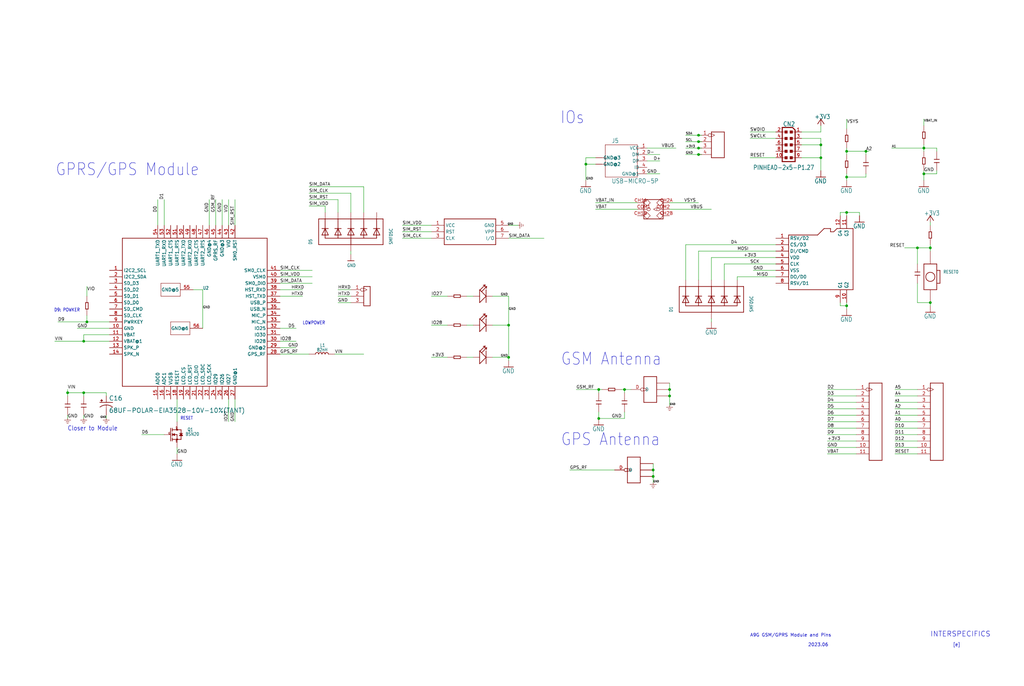
<source format=kicad_sch>
(kicad_sch (version 20230121) (generator eeschema)
  (paper "User" 404.012 270.662)
  (junction (at 275.59 60.96))
  (junction (at 236.22 165.1))
  (junction (at 246.38 153.67))
  (junction (at 341.63 59.69))
  (junction (at 334.01 59.69))
  (junction (at 334.01 83.82))
  (junction (at 200.66 140.97))
  (junction (at 323.85 57.15))
  (junction (at 257.683 185.42))
  (junction (at 275.59 58.42))
  (junction (at 367.03 97.79))
  (junction (at 257.683 187.96))
  (junction (at 364.49 68.58))
  (junction (at 364.49 58.42))
  (junction (at 231.14 64.77))
  (junction (at 236.22 153.67))
  (junction (at 334.01 69.85))
  (junction (at 200.66 128.27))
  (junction (at 264.16 153.67))
  (junction (at 275.59 53.34))
  (junction (at 367.03 119.38))
  (junction (at 275.59 55.88))
  (junction (at 264.16 156.21))
  (junction (at 34.29 127))
  (junction (at 26.67 154.94))
  (junction (at 323.85 62.23))
  (junction (at 361.95 97.79))
  (junction (at 33.02 154.94))
  (junction (at 334.01 120.65))
  (junction (at 33.02 134.62))
  (wire (pts (xy 275.59 55.88) (xy 270.51 55.88)) (stroke (width 0.1524)))
  (wire (pts (xy 316.23 62.23) (xy 323.85 62.23)) (stroke (width 0.1524)))
  (wire (pts (xy 138.43 116.84) (xy 133.35 116.84)) (stroke (width 0.1524)))
  (wire (pts (xy 200.66 128.27) (xy 200.66 140.97)) (stroke (width 0.1524)))
  (wire (pts (xy 367.03 88.9) (xy 367.03 87.63)) (stroke (width 0.1524)))
  (wire (pts (xy 361.95 176.53) (xy 353.06 176.53)) (stroke (width 0.1524)))
  (wire (pts (xy 306.07 52.07) (xy 295.91 52.07)) (stroke (width 0.1524)))
  (wire (pts (xy 184.15 128.27) (xy 186.69 128.27)) (stroke (width 0.1524)))
  (wire (pts (xy 138.43 99.06) (xy 138.43 100.33)) (stroke (width 0.1524)))
  (wire (pts (xy 341.63 69.85) (xy 334.01 69.85)) (stroke (width 0.1524)))
  (wire (pts (xy 275.59 99.06) (xy 275.59 110.49)) (stroke (width 0.1524)))
  (wire (pts (xy 364.49 58.42) (xy 369.57 58.42)) (stroke (width 0.1524)))
  (wire (pts (xy 236.22 165.1) (xy 246.38 165.1)) (stroke (width 0.1524)))
  (wire (pts (xy 133.35 83.82) (xy 133.35 78.74)) (stroke (width 0.1524)))
  (wire (pts (xy 110.49 137.16) (xy 116.84 137.16)) (stroke (width 0.1524)))
  (wire (pts (xy 264.16 160.02) (xy 264.16 156.21)) (stroke (width 0.1524)))
  (wire (pts (xy 255.27 63.5) (xy 260.35 63.5)) (stroke (width 0.1524)))
  (wire (pts (xy 337.82 166.37) (xy 326.39 166.37)) (stroke (width 0.1524)))
  (wire (pts (xy 361.95 171.45) (xy 353.06 171.45)) (stroke (width 0.1524)))
  (wire (pts (xy 337.82 173.99) (xy 326.39 173.99)) (stroke (width 0.1524)))
  (wire (pts (xy 276.86 60.96) (xy 275.59 60.96)) (stroke (width 0.1524)))
  (wire (pts (xy 110.49 114.3) (xy 119.38 114.3)) (stroke (width 0.1524)))
  (wire (pts (xy 255.27 58.42) (xy 266.7 58.42)) (stroke (width 0.1524)))
  (wire (pts (xy 367.03 119.38) (xy 367.03 120.65)) (stroke (width 0.1524)))
  (wire (pts (xy 361.95 179.07) (xy 353.06 179.07)) (stroke (width 0.1524)))
  (wire (pts (xy 364.49 58.42) (xy 351.79 58.42)) (stroke (width 0.1524)))
  (wire (pts (xy 361.95 173.99) (xy 353.06 173.99)) (stroke (width 0.1524)))
  (wire (pts (xy 236.22 162.56) (xy 236.22 165.1)) (stroke (width 0.1524)))
  (wire (pts (xy 295.91 54.61) (xy 306.07 54.61)) (stroke (width 0.1524)))
  (wire (pts (xy 143.51 73.66) (xy 121.92 73.66)) (stroke (width 0.1524)))
  (wire (pts (xy 26.67 163.83) (xy 26.67 165.1)) (stroke (width 0.1524)))
  (wire (pts (xy 280.67 125.73) (xy 280.67 127)) (stroke (width 0.1524)))
  (wire (pts (xy 361.95 111.76) (xy 361.95 119.38)) (stroke (width 0.1524)))
  (wire (pts (xy 331.47 85.09) (xy 331.47 83.82)) (stroke (width 0.1524)))
  (wire (pts (xy 64.77 88.9) (xy 64.77 78.74)) (stroke (width 0.1524)))
  (wire (pts (xy 170.18 91.44) (xy 158.75 91.44)) (stroke (width 0.1524)))
  (wire (pts (xy 337.82 179.07) (xy 326.39 179.07)) (stroke (width 0.1524)))
  (wire (pts (xy 264.16 156.21) (xy 264.16 153.67)) (stroke (width 0.1524)))
  (wire (pts (xy 323.85 52.07) (xy 323.85 49.53)) (stroke (width 0.1524)))
  (wire (pts (xy 170.18 88.9) (xy 158.75 88.9)) (stroke (width 0.1524)))
  (wire (pts (xy 331.47 119.38) (xy 331.47 120.65)) (stroke (width 0.1524)))
  (wire (pts (xy 92.71 157.48) (xy 92.71 166.37)) (stroke (width 0.1524)))
  (wire (pts (xy 43.18 132.08) (xy 33.02 132.08)) (stroke (width 0.1524)))
  (wire (pts (xy 334.01 69.85) (xy 334.01 68.58)) (stroke (width 0.1524)))
  (wire (pts (xy 276.86 53.34) (xy 275.59 53.34)) (stroke (width 0.1524)))
  (wire (pts (xy 200.66 116.84) (xy 200.66 128.27)) (stroke (width 0.1524)))
  (wire (pts (xy 337.82 163.83) (xy 326.39 163.83)) (stroke (width 0.1524)))
  (wire (pts (xy 200.66 140.97) (xy 200.66 142.24)) (stroke (width 0.1524)))
  (wire (pts (xy 246.38 165.1) (xy 246.38 162.56)) (stroke (width 0.1524)))
  (wire (pts (xy 264.16 80.01) (xy 275.59 80.01)) (stroke (width 0.1524)))
  (wire (pts (xy 280.67 110.49) (xy 280.67 101.6)) (stroke (width 0.1524)))
  (wire (pts (xy 323.85 57.15) (xy 316.23 57.15)) (stroke (width 0.1524)))
  (wire (pts (xy 194.31 116.84) (xy 200.66 116.84)) (stroke (width 0.1524)))
  (wire (pts (xy 361.95 97.79) (xy 356.87 97.79)) (stroke (width 0.1524)))
  (wire (pts (xy 306.07 99.06) (xy 275.59 99.06)) (stroke (width 0.1524)))
  (wire (pts (xy 138.43 83.82) (xy 138.43 76.2)) (stroke (width 0.1524)))
  (wire (pts (xy 369.57 68.58) (xy 364.49 68.58)) (stroke (width 0.1524)))
  (wire (pts (xy 234.95 64.77) (xy 231.14 64.77)) (stroke (width 0.1524)))
  (wire (pts (xy 264.16 82.55) (xy 280.67 82.55)) (stroke (width 0.1524)))
  (wire (pts (xy 334.01 59.69) (xy 341.63 59.69)) (stroke (width 0.1524)))
  (wire (pts (xy 260.35 68.58) (xy 255.27 68.58)) (stroke (width 0.1524)))
  (wire (pts (xy 275.59 53.34) (xy 270.51 53.34)) (stroke (width 0.1524)))
  (wire (pts (xy 110.49 134.62) (xy 116.84 134.62)) (stroke (width 0.1524)))
  (wire (pts (xy 26.67 154.94) (xy 26.67 153.67)) (stroke (width 0.1524)))
  (wire (pts (xy 331.47 83.82) (xy 334.01 83.82)) (stroke (width 0.1524)))
  (wire (pts (xy 341.63 59.69) (xy 342.9 59.69)) (stroke (width 0.1524)))
  (wire (pts (xy 62.23 88.9) (xy 62.23 78.74)) (stroke (width 0.1524)))
  (wire (pts (xy 26.67 156.21) (xy 26.67 154.94)) (stroke (width 0.1524)))
  (wire (pts (xy 43.18 129.54) (xy 30.48 129.54)) (stroke (width 0.1524)))
  (wire (pts (xy 116.84 129.54) (xy 110.49 129.54)) (stroke (width 0.1524)))
  (wire (pts (xy 43.18 127) (xy 34.29 127)) (stroke (width 0.1524)))
  (wire (pts (xy 341.63 60.96) (xy 341.63 59.69)) (stroke (width 0.1524)))
  (wire (pts (xy 242.443 185.42) (xy 224.79 185.42)) (stroke (width 0.1524)))
  (wire (pts (xy 237.49 153.67) (xy 236.22 153.67)) (stroke (width 0.1524)))
  (wire (pts (xy 367.03 99.06) (xy 367.03 97.79)) (stroke (width 0.1524)))
  (wire (pts (xy 90.17 88.9) (xy 90.17 78.74)) (stroke (width 0.1524)))
  (wire (pts (xy 246.38 154.94) (xy 246.38 153.67)) (stroke (width 0.1524)))
  (wire (pts (xy 69.85 157.48) (xy 69.85 166.37)) (stroke (width 0.1524)))
  (wire (pts (xy 361.95 104.14) (xy 361.95 97.79)) (stroke (width 0.1524)))
  (wire (pts (xy 337.82 158.75) (xy 326.39 158.75)) (stroke (width 0.1524)))
  (wire (pts (xy 92.71 88.9) (xy 92.71 78.74)) (stroke (width 0.1524)))
  (wire (pts (xy 133.35 78.74) (xy 121.92 78.74)) (stroke (width 0.1524)))
  (wire (pts (xy 306.07 109.22) (xy 290.83 109.22)) (stroke (width 0.1524)))
  (wire (pts (xy 369.57 58.42) (xy 369.57 59.69)) (stroke (width 0.1524)))
  (wire (pts (xy 251.46 80.01) (xy 234.95 80.01)) (stroke (width 0.1524)))
  (wire (pts (xy 337.82 156.21) (xy 326.39 156.21)) (stroke (width 0.1524)))
  (wire (pts (xy 184.15 116.84) (xy 186.69 116.84)) (stroke (width 0.1524)))
  (wire (pts (xy 364.49 46.99) (xy 364.49 49.53)) (stroke (width 0.1524)))
  (wire (pts (xy 334.01 83.82) (xy 339.09 83.82)) (stroke (width 0.1524)))
  (wire (pts (xy 280.67 101.6) (xy 306.07 101.6)) (stroke (width 0.1524)))
  (wire (pts (xy 323.85 54.61) (xy 323.85 57.15)) (stroke (width 0.1524)))
  (wire (pts (xy 41.91 156.21) (xy 41.91 154.94)) (stroke (width 0.1524)))
  (wire (pts (xy 295.91 62.23) (xy 306.07 62.23)) (stroke (width 0.1524)))
  (wire (pts (xy 334.01 120.65) (xy 334.01 121.92)) (stroke (width 0.1524)))
  (wire (pts (xy 341.63 68.58) (xy 341.63 69.85)) (stroke (width 0.1524)))
  (wire (pts (xy 367.03 97.79) (xy 361.95 97.79)) (stroke (width 0.1524)))
  (wire (pts (xy 236.22 153.67) (xy 227.33 153.67)) (stroke (width 0.1524)))
  (wire (pts (xy 285.75 104.14) (xy 306.07 104.14)) (stroke (width 0.1524)))
  (wire (pts (xy 275.59 60.96) (xy 270.51 60.96)) (stroke (width 0.1524)))
  (wire (pts (xy 361.95 156.21) (xy 353.06 156.21)) (stroke (width 0.1524)))
  (wire (pts (xy 110.49 111.76) (xy 123.19 111.76)) (stroke (width 0.1524)))
  (wire (pts (xy 334.01 119.38) (xy 334.01 120.65)) (stroke (width 0.1524)))
  (wire (pts (xy 361.95 166.37) (xy 353.06 166.37)) (stroke (width 0.1524)))
  (wire (pts (xy 87.63 88.9) (xy 87.63 78.74)) (stroke (width 0.1524)))
  (wire (pts (xy 110.49 116.84) (xy 119.38 116.84)) (stroke (width 0.1524)))
  (wire (pts (xy 43.18 134.62) (xy 33.02 134.62)) (stroke (width 0.1524)))
  (wire (pts (xy 34.29 116.84) (xy 34.29 113.03)) (stroke (width 0.1524)))
  (wire (pts (xy 316.23 54.61) (xy 323.85 54.61)) (stroke (width 0.1524)))
  (wire (pts (xy 334.01 71.12) (xy 334.01 69.85)) (stroke (width 0.1524)))
  (wire (pts (xy 367.03 97.79) (xy 367.03 96.52)) (stroke (width 0.1524)))
  (wire (pts (xy 361.95 161.29) (xy 353.06 161.29)) (stroke (width 0.1524)))
  (wire (pts (xy 337.82 176.53) (xy 326.39 176.53)) (stroke (width 0.1524)))
  (wire (pts (xy 132.08 139.7) (xy 143.51 139.7)) (stroke (width 0.1524)))
  (wire (pts (xy 364.49 67.31) (xy 364.49 68.58)) (stroke (width 0.1524)))
  (wire (pts (xy 170.18 93.98) (xy 158.75 93.98)) (stroke (width 0.1524)))
  (wire (pts (xy 337.82 171.45) (xy 326.39 171.45)) (stroke (width 0.1524)))
  (wire (pts (xy 316.23 52.07) (xy 323.85 52.07)) (stroke (width 0.1524)))
  (wire (pts (xy 251.46 82.55) (xy 234.95 82.55)) (stroke (width 0.1524)))
  (wire (pts (xy 64.77 171.45) (xy 55.88 171.45)) (stroke (width 0.1524)))
  (wire (pts (xy 364.49 57.15) (xy 364.49 58.42)) (stroke (width 0.1524)))
  (wire (pts (xy 41.91 154.94) (xy 33.02 154.94)) (stroke (width 0.1524)))
  (wire (pts (xy 231.14 64.77) (xy 231.14 71.12)) (stroke (width 0.1524)))
  (wire (pts (xy 334.01 50.8) (xy 334.01 46.99)) (stroke (width 0.1524)))
  (wire (pts (xy 176.53 116.84) (xy 170.18 116.84)) (stroke (width 0.1524)))
  (wire (pts (xy 364.49 68.58) (xy 364.49 71.12)) (stroke (width 0.1524)))
  (wire (pts (xy 34.29 127) (xy 34.29 124.46)) (stroke (width 0.1524)))
  (wire (pts (xy 34.29 127) (xy 22.86 127)) (stroke (width 0.1524)))
  (wire (pts (xy 361.95 168.91) (xy 353.06 168.91)) (stroke (width 0.1524)))
  (wire (pts (xy 33.02 132.08) (xy 33.02 134.62)) (stroke (width 0.1524)))
  (wire (pts (xy 290.83 110.49) (xy 290.83 109.22)) (stroke (width 0.1524)))
  (wire (pts (xy 128.27 83.82) (xy 128.27 81.28)) (stroke (width 0.1524)))
  (wire (pts (xy 361.95 163.83) (xy 353.06 163.83)) (stroke (width 0.1524)))
  (wire (pts (xy 41.91 165.1) (xy 41.91 163.83)) (stroke (width 0.1524)))
  (wire (pts (xy 331.47 120.65) (xy 334.01 120.65)) (stroke (width 0.1524)))
  (wire (pts (xy 361.95 153.67) (xy 353.06 153.67)) (stroke (width 0.1524)))
  (wire (pts (xy 236.22 154.94) (xy 236.22 153.67)) (stroke (width 0.1524)))
  (wire (pts (xy 337.82 168.91) (xy 326.39 168.91)) (stroke (width 0.1524)))
  (wire (pts (xy 33.02 156.21) (xy 33.02 154.94)) (stroke (width 0.1524)))
  (wire (pts (xy 110.49 109.22) (xy 123.19 109.22)) (stroke (width 0.1524)))
  (wire (pts (xy 255.27 60.96) (xy 260.35 60.96)) (stroke (width 0.1524)))
  (wire (pts (xy 234.95 62.23) (xy 231.14 62.23)) (stroke (width 0.1524)))
  (wire (pts (xy 270.51 96.52) (xy 306.07 96.52)) (stroke (width 0.1524)))
  (wire (pts (xy 76.2 114.3) (xy 80.01 114.3)) (stroke (width 0.1524)))
  (wire (pts (xy 323.85 62.23) (xy 323.85 67.31)) (stroke (width 0.1524)))
  (wire (pts (xy 257.683 190.5) (xy 257.683 187.96)) (stroke (width 0.1524)))
  (wire (pts (xy 90.17 157.48) (xy 90.17 166.37)) (stroke (width 0.1524)))
  (wire (pts (xy 176.53 128.27) (xy 170.18 128.27)) (stroke (width 0.1524)))
  (wire (pts (xy 33.02 163.83) (xy 33.02 165.1)) (stroke (width 0.1524)))
  (wire (pts (xy 33.02 154.94) (xy 26.67 154.94)) (stroke (width 0.1524)))
  (wire (pts (xy 285.75 110.49) (xy 285.75 104.14)) (stroke (width 0.1524)))
  (wire (pts (xy 337.82 161.29) (xy 326.39 161.29)) (stroke (width 0.1524)))
  (wire (pts (xy 138.43 119.38) (xy 133.35 119.38)) (stroke (width 0.1524)))
  (wire (pts (xy 204.47 88.9) (xy 200.66 88.9)) (stroke (width 0.1524)))
  (wire (pts (xy 110.49 106.68) (xy 123.19 106.68)) (stroke (width 0.1524)))
  (wire (pts (xy 364.49 58.42) (xy 364.49 59.69)) (stroke (width 0.1524)))
  (wire (pts (xy 306.07 106.68) (xy 297.18 106.68)) (stroke (width 0.1524)))
  (wire (pts (xy 276.86 55.88) (xy 275.59 55.88)) (stroke (width 0.1524)))
  (wire (pts (xy 138.43 76.2) (xy 121.92 76.2)) (stroke (width 0.1524)))
  (wire (pts (xy 334.01 58.42) (xy 334.01 59.69)) (stroke (width 0.1524)))
  (wire (pts (xy 231.14 62.23) (xy 231.14 64.77)) (stroke (width 0.1524)))
  (wire (pts (xy 339.09 83.82) (xy 339.09 85.09)) (stroke (width 0.1524)))
  (wire (pts (xy 138.43 114.3) (xy 133.35 114.3)) (stroke (width 0.1524)))
  (wire (pts (xy 176.53 140.97) (xy 170.18 140.97)) (stroke (width 0.1524)))
  (wire (pts (xy 334.01 60.96) (xy 334.01 59.69)) (stroke (width 0.1524)))
  (wire (pts (xy 110.49 139.7) (xy 121.92 139.7)) (stroke (width 0.1524)))
  (wire (pts (xy 257.683 185.42) (xy 257.683 182.88)) (stroke (width 0.1524)))
  (wire (pts (xy 248.92 153.67) (xy 246.38 153.67)) (stroke (width 0.1524)))
  (wire (pts (xy 361.95 158.75) (xy 353.06 158.75)) (stroke (width 0.1524)))
  (wire (pts (xy 264.16 153.67) (xy 264.16 151.13)) (stroke (width 0.1524)))
  (wire (pts (xy 323.85 62.23) (xy 323.85 57.15)) (stroke (width 0.1524)))
  (wire (pts (xy 194.31 140.97) (xy 200.66 140.97)) (stroke (width 0.1524)))
  (wire (pts (xy 69.85 176.53) (xy 69.85 179.07)) (stroke (width 0.1524)))
  (wire (pts (xy 194.31 128.27) (xy 200.66 128.27)) (stroke (width 0.1524)))
  (wire (pts (xy 82.55 88.9) (xy 82.55 78.74)) (stroke (width 0.1524)))
  (wire (pts (xy 200.66 93.98) (xy 214.63 93.98)) (stroke (width 0.1524)))
  (wire (pts (xy 270.51 110.49) (xy 270.51 96.52)) (stroke (width 0.1524)))
  (wire (pts (xy 275.59 58.42) (xy 270.51 58.42)) (stroke (width 0.1524)))
  (wire (pts (xy 85.09 88.9) (xy 85.09 78.74)) (stroke (width 0.1524)))
  (wire (pts (xy 246.38 153.67) (xy 245.11 153.67)) (stroke (width 0.1524)))
  (wire (pts (xy 337.82 153.67) (xy 326.39 153.67)) (stroke (width 0.1524)))
  (wire (pts (xy 369.57 67.31) (xy 369.57 68.58)) (stroke (width 0.1524)))
  (wire (pts (xy 80.01 114.3) (xy 80.01 129.54)) (stroke (width 0.1524)))
  (wire (pts (xy 257.683 187.96) (xy 257.683 185.42)) (stroke (width 0.1524)))
  (wire (pts (xy 128.27 81.28) (xy 121.92 81.28)) (stroke (width 0.1524)))
  (wire (pts (xy 361.95 119.38) (xy 367.03 119.38)) (stroke (width 0.1524)))
  (wire (pts (xy 33.02 134.62) (xy 21.59 134.62)) (stroke (width 0.1524)))
  (wire (pts (xy 276.86 58.42) (xy 275.59 58.42)) (stroke (width 0.1524)))
  (wire (pts (xy 143.51 83.82) (xy 143.51 73.66)) (stroke (width 0.1524)))
  (wire (pts (xy 184.15 140.97) (xy 186.69 140.97)) (stroke (width 0.1524)))
  (wire (pts (xy 334.01 85.09) (xy 334.01 83.82)) (stroke (width 0.1524)))
  (text "IOs" (at 220.98 49.276 0) (effects (font (size 4.7752 4.0589)) (justify left bottom)))
  (text "LOWPOWER" (at 119.38 128.27 0) (effects (font (size 1.27 1.0795)) (justify left bottom)))
  (text "GSM Antenna" (at 221.234 144.526 0) (effects (font (size 4.7752 4.0589)) (justify left bottom)))
  (text "INTERSPECIFICS" (at 367.03 251.46 0) (effects (font (size 2 2)) (justify left bottom)))
  (text "Closer to Module" (at 26.67 170.18 0) (effects (font (size 1.778 1.5113)) (justify left bottom)))
  (text "GPRS/GPS Module" (at 21.854 69.787 0) (effects (font (size 4.7752 4.0589)) (justify left bottom)))
  (text "A9G GSM/GPRS Module and Pins" (at 295.91 251.46 0) (effects (font (size 1.27 1.27)) (justify left bottom)))
  (text "GPS Antenna" (at 221.234 176.276 0) (effects (font (size 4.7752 4.0589)) (justify left bottom)))
  (text "[e]" (at 375.92 255.27 0) (effects (font (size 1.27 1.27)) (justify left bottom)))
  (text "2023.06\n" (at 318.77 255.27 0) (effects (font (size 1.27 1.27)) (justify left bottom)))
  (text "RESET" (at 71.12 165.862 0) (effects (font (size 1.27 1.0795)) (justify left bottom)))
  (text "D9: POWKER" (at 21.336 123.19 0) (effects (font (size 1.27 1.0795)) (justify left bottom)))
  (label "D9" (at 22.86 127 0) (effects (font (size 1.2446 1.2446))))
  (label "A3" (at 353.06 158.75 0) (effects (font (size 0.889 0.889))))
  (label "VBUS" (at 260.985 58.42 0) (effects (font (size 1.2446 1.2446))))
  (label "GND" (at 30.48 129.54 0) (effects (font (size 1.2446 1.2446))))
  (label "SIM_RST" (at 121.92 78.74 0) (effects (font (size 1.209 1.209))))
  (label "GND" (at 41.91 165.1 180) (effects (font (size 0.7112 0.7112))))
  (label "A5" (at 353.06 153.67 0) (effects (font (size 1.209 1.209))))
  (label "GND" (at 364.49 67.945 0) (effects (font (size 1.2446 1.2446))))
  (label "HTXD" (at 133.35 116.84 0) (effects (font (size 1.209 1.209))))
  (label "A2" (at 353.06 161.29 0) (effects (font (size 1.209 1.209))))
  (label "GND" (at 80.01 121.92 0) (effects (font (size 0.889 0.889))))
  (label "D2" (at 326.39 153.67 0) (effects (font (size 1.2446 1.2446))))
  (label "RESET" (at 353.06 179.07 0) (effects (font (size 1.209 1.209))))
  (label "SDA" (at 270.51 53.34 0) (effects (font (size 0.889 0.889))))
  (label "GND" (at 82.55 83.82 90) (effects (font (size 1.2446 1.2446))))
  (label "VBAT" (at 234.95 82.55 0) (effects (font (size 1.2446 1.2446))))
  (label "+3V3" (at 170.18 140.97 0) (effects (font (size 1.209 1.209))))
  (label "IO28" (at 170.18 128.27 0) (effects (font (size 1.209 1.209))))
  (label "VIN" (at 132.08 139.7 0) (effects (font (size 1.2446 1.2446))))
  (label "SIM_CLK" (at 110.49 106.68 0) (effects (font (size 1.2446 1.2446))))
  (label "GND" (at 69.85 179.07 0) (effects (font (size 1.2446 1.2446))))
  (label "D10" (at 353.06 168.91 0) (effects (font (size 1.209 1.209))))
  (label "GSM_RF" (at 227.33 153.67 0) (effects (font (size 1.209 1.209))))
  (label "HRXD" (at 133.35 114.3 0) (effects (font (size 1.209 1.209))))
  (label "VIO" (at 34.29 114.935 0) (effects (font (size 1.2446 1.2446))))
  (label "D12" (at 353.06 173.99 0) (effects (font (size 1.209 1.209))))
  (label "VBAT_IN" (at 364.49 48.26 0) (effects (font (size 0.889 0.889))))
  (label "VSYS" (at 334.01 48.895 0) (effects (font (size 1.2446 1.2446))))
  (label "HRXD" (at 114.935 114.3 0) (effects (font (size 1.209 1.209))))
  (label "+3V3" (at 293.37 101.6 0) (effects (font (size 1.209 1.209))))
  (label "VBAT_IN" (at 234.95 80.01 0) (effects (font (size 1.2446 1.2446))))
  (label "IO27" (at 90.17 166.37 90) (effects (font (size 1.209 1.209))))
  (label "RESET" (at 356.87 97.79 180) (effects (font (size 1.2446 1.2446))))
  (label "D11" (at 353.06 171.45 0) (effects (font (size 1.209 1.209))))
  (label "A4" (at 353.06 156.21 0) (effects (font (size 1.209 1.209))))
  (label "GND" (at 92.71 166.37 90) (effects (font (size 1.209 1.209))))
  (label "GND" (at 326.39 176.53 0) (effects (font (size 1.2446 1.2446))))
  (label "SCK" (at 295.91 104.14 0) (effects (font (size 1.209 1.209))))
  (label "SCL" (at 270.51 55.88 0) (effects (font (size 0.889 0.889))))
  (label "GND" (at 270.51 60.96 0) (effects (font (size 0.889 0.889))))
  (label "D9" (at 326.39 171.45 0) (effects (font (size 1.2446 1.2446))))
  (label "SIM_RST" (at 92.71 88.9 90) (effects (font (size 1.2446 1.2446))))
  (label "GND" (at 197.485 140.97 0) (effects (font (size 0.889 0.889))))
  (label "GND" (at 297.18 106.68 0) (effects (font (size 1.209 1.209))))
  (label "+3V3" (at 270.51 58.42 0) (effects (font (size 0.889 0.889))))
  (label "SWDIO" (at 295.91 52.07 0) (effects (font (size 1.2446 1.2446))))
  (label "SIM_VDD" (at 158.75 88.9 0) (effects (font (size 1.209 1.209))))
  (label "GND" (at 257.683 190.5 0) (effects (font (size 0.7112 0.7112))))
  (label "GND" (at 33.02 165.1 0) (effects (font (size 1.2446 1.2446))))
  (label "D0" (at 62.23 83.82 90) (effects (font (size 1.2446 1.2446))))
  (label "GSM_RF" (at 85.09 83.82 90) (effects (font (size 1.2446 1.2446))))
  (label "SIM_DATA" (at 110.49 111.76 0) (effects (font (size 1.2446 1.2446))))
  (label "D6" (at 55.88 171.45 0) (effects (font (size 1.2446 1.2446))))
  (label "GND" (at 133.35 119.38 0) (effects (font (size 1.209 1.209))))
  (label "MISO" (at 298.45 109.22 0) (effects (font (size 1.209 1.209))))
  (label "+3V3" (at 326.39 173.99 0) (effects (font (size 1.2446 1.2446))))
  (label "HTXD" (at 114.935 116.84 0) (effects (font (size 1.209 1.209))))
  (label "VIO" (at 90.17 83.82 90) (effects (font (size 1.2446 1.2446))))
  (label "VBAT" (at 326.39 179.07 0) (effects (font (size 1.2446 1.2446))))
  (label "D7" (at 326.39 166.37 0) (effects (font (size 1.2446 1.2446))))
  (label "D-" (at 255.27 60.96 0) (effects (font (size 1.209 1.209))))
  (label "SIM_RST" (at 158.75 91.44 0) (effects (font (size 1.209 1.209))))
  (label "A2" (at 341.63 59.69 0) (effects (font (size 1.2446 1.2446))))
  (label "D5" (at 113.665 129.54 0) (effects (font (size 1.2446 1.2446))))
  (label "D6" (at 326.39 163.83 0) (effects (font (size 1.2446 1.2446))))
  (label "GND" (at 241.3 165.1 0) (effects (font (size 1.2446 1.2446))))
  (label "GND" (at 200.66 122.555 0) (effects (font (size 0.889 0.889))))
  (label "D4" (at 326.39 158.75 0) (effects (font (size 1.2446 1.2446))))
  (label "GND" (at 197.485 116.84 0) (effects (font (size 0.889 0.889))))
  (label "D3" (at 326.39 156.21 0) (effects (font (size 1.2446 1.2446))))
  (label "SIM_DATA" (at 121.92 73.66 0) (effects (font (size 1.209 1.209))))
  (label "GPS_RF" (at 224.79 185.42 0) (effects (font (size 1.209 1.209))))
  (label "GND" (at 202.565 88.9 180) (effects (font (size 0.7112 0.7112))))
  (label "GND" (at 87.63 83.82 90) (effects (font (size 1.2446 1.2446))))
  (label "A1" (at 351.79 58.42 0) (effects (font (size 0.889 0.889))))
  (label "A1" (at 353.06 163.83 0) (effects (font (size 1.209 1.209))))
  (label "D8" (at 326.39 168.91 0) (effects (font (size 1.2446 1.2446))))
  (label "SWCLK" (at 295.91 54.61 0) (effects (font (size 1.2446 1.2446))))
  (label "IO28" (at 110.49 134.62 0) (effects (font (size 1.2446 1.2446))))
  (label "VIN" (at 21.59 134.62 0) (effects (font (size 1.2446 1.2446))))
  (label "GND" (at 231.14 71.12 0) (effects (font (size 0.889 0.889))))
  (label "D+" (at 257.81 63.5 0) (effects (font (size 1.209 1.209))))
  (label "VBUS" (at 272.415 82.55 0) (effects (font (size 1.209 1.209))))
  (label "D1" (at 64.77 78.74 90) (effects (font (size 1.2446 1.2446))))
  (label "SIM_CLK" (at 158.75 93.98 0) (effects (font (size 1.209 1.209))))
  (label "GND" (at 26.67 165.1 0) (effects (font (size 1.2446 1.2446))))
  (label "MOSI" (at 290.83 99.06 0) (effects (font (size 1.209 1.209))))
  (label "SIM_DATA" (at 200.66 93.98 0) (effects (font (size 1.209 1.209))))
  (label "A0" (at 353.06 166.37 0) (effects (font (size 1.209 1.209))))
  (label "RESET" (at 295.91 62.23 0) (effects (font (size 1.2446 1.2446))))
  (label "SIM_VDD" (at 110.49 109.22 0) (effects (font (size 1.2446 1.2446))))
  (label "VSYS" (at 269.875 80.01 0) (effects (font (size 1.2446 1.2446))))
  (label "SIM_VDD" (at 121.92 81.28 0) (effects (font (size 1.209 1.209))))
  (label "GPS_RF" (at 110.49 139.7 0) (effects (font (size 1.2446 1.2446))))
  (label "GND" (at 264.16 160.02 0) (effects (font (size 0.7112 0.7112))))
  (label "D13" (at 353.06 176.53 0) (effects (font (size 1.209 1.209))))
  (label "GND" (at 113.665 137.16 0) (effects (font (size 1.2446 1.2446))))
  (label "IO27" (at 170.18 116.84 0) (effects (font (size 1.209 1.209))))
  (label "GND" (at 255.27 68.58 0) (effects (font (size 1.209 1.209))))
  (label "VIN" (at 26.67 153.67 0) (effects (font (size 1.2446 1.2446))))
  (label "D4" (at 288.29 96.52 0) (effects (font (size 1.209 1.209))))
  (label "SIM_CLK" (at 121.92 76.2 0) (effects (font (size 1.209 1.209))))
  (label "D5" (at 326.39 161.29 0) (effects (font (size 1.2446 1.2446))))
  (symbol (lib_id "Maduino Zero A9G GPS Tracker v3.3-eagle-import:LED'0603'") (at 190.5 128.27 0) (unit 1)
    (property "Reference" "STA0" (effects hide))
    (property "Value" "green" (effects hide))
    (property "Footprint" "Maduino Zero A9G GPS Tracker v3.3:LED-0603" (effects hide))
  )
  (symbol (lib_id "Maduino Zero A9G GPS Tracker v3.3-eagle-import:HEADER-11P-2.54") (at 345.44 166.37 0) (unit 1)
    (property "Reference" "J2" (effects hide))
    (property "Value" "HEADER-11P-2.54" (effects hide))
    (property "Footprint" "Maduino Zero A9G GPS Tracker v3.3:11P-2.54" (effects hide))
  )
  (symbol (lib_id "Maduino Zero A9G GPS Tracker v3.3-eagle-import:ANTENNA-U-FL") (at 256.54 153.67 0) (unit 1)
    (property "Reference" "GSM0" (effects hide))
    (property "Value" "ANTENNA-U-FL" (effects hide))
    (property "Footprint" "Maduino Zero A9G GPS Tracker v3.3:4P-U-FL" (effects hide))
  )
  (symbol (lib_id "Maduino Zero A9G GPS Tracker v3.3-eagle-import:R-0603") (at 34.29 120.65 90) (unit 1)
    (property "Reference" "R14" (effects hide))
    (property "Value" "10k" (effects hide))
    (property "Footprint" "Maduino Zero A9G GPS Tracker v3.3:R0603" (effects hide))
  )
  (symbol (lib_id "Maduino Zero A9G GPS Tracker v3.3-eagle-import:R-0603") (at 241.3 153.67 0) (unit 1)
    (property "Reference" "R6" (effects hide))
    (property "Value" "0R" (effects hide))
    (property "Footprint" "Maduino Zero A9G GPS Tracker v3.3:R0603" (effects hide))
  )
  (symbol (lib_id "Maduino Zero A9G GPS Tracker v3.3-eagle-import:GND_POWER") (at 264.16 160.02 0) (unit 1)
    (property "Reference" "#U$3" (effects hide))
    (property "Value" "GND_POWER" (effects hide))
  )
  (symbol (lib_id "Maduino Zero A9G GPS Tracker v3.3-eagle-import:C-0603") (at 361.95 107.95 90) (unit 1)
    (property "Reference" "C19" (effects hide))
    (property "Value" "0.1uF" (effects hide))
    (property "Footprint" "Maduino Zero A9G GPS Tracker v3.3:C0603" (effects hide))
  )
  (symbol (lib_id "Maduino Zero A9G GPS Tracker v3.3-eagle-import:R-0603") (at 334.01 54.61 90) (unit 1)
    (property "Reference" "R10" (effects hide))
    (property "Value" "1M" (effects hide))
    (property "Footprint" "Maduino Zero A9G GPS Tracker v3.3:R0603" (effects hide))
  )
  (symbol (lib_id "Maduino Zero A9G GPS Tracker v3.3-eagle-import:R-0603") (at 364.49 63.5 90) (unit 1)
    (property "Reference" "R8" (effects hide))
    (property "Value" "1M/1%" (effects hide))
    (property "Footprint" "Maduino Zero A9G GPS Tracker v3.3:R0603" (effects hide))
  )
  (symbol (lib_id "Maduino Zero A9G GPS Tracker v3.3-eagle-import:LED'0603'") (at 190.5 140.97 0) (unit 1)
    (property "Reference" "PWR0" (effects hide))
    (property "Value" "RED" (effects hide))
    (property "Footprint" "Maduino Zero A9G GPS Tracker v3.3:LED-0603" (effects hide))
  )
  (symbol (lib_id "Maduino Zero A9G GPS Tracker v3.3-eagle-import:GND_POWER") (at 26.67 165.1 0) (unit 1)
    (property "Reference" "#U$36" (effects hide))
    (property "Value" "GND_POWER" (effects hide))
  )
  (symbol (lib_id "Maduino Zero A9G GPS Tracker v3.3-eagle-import:SWITCH-2CH-6P") (at 257.81 82.55 0) (unit 1)
    (property "Reference" "SW1" (effects hide))
    (property "Value" "SWITCH-2CH-6P" (effects hide))
    (property "Footprint" "Maduino Zero A9G GPS Tracker v3.3:6P-2CH-2.54-7.6X3.0" (effects hide))
  )
  (symbol (lib_id "Maduino Zero A9G GPS Tracker v3.3-eagle-import:GND") (at 323.85 69.85 0) (unit 1)
    (property "Reference" "#GND25" (effects hide))
    (property "Value" "GND" (at 321.31 72.39 0) (effects (font (size 1.778 1.5113)) (justify left bottom)))
  )
  (symbol (lib_id "Maduino Zero A9G GPS Tracker v3.3-eagle-import:+3V3") (at 367.03 85.09 0) (unit 1)
    (property "Reference" "#+3V1" (effects hide))
    (property "Value" "+3V3" (at 364.49 85.09 0) (effects (font (size 1.778 1.5113)) (justify left bottom)))
  )
  (symbol (lib_id "Maduino Zero A9G GPS Tracker v3.3-eagle-import:HEADER-11P-2.54") (at 369.57 166.37 0) (unit 1)
    (property "Reference" "J8" (effects hide))
    (property "Value" "HEADER-11P-2.54" (effects hide))
    (property "Footprint" "Maduino Zero A9G GPS Tracker v3.3:11P-2.54" (effects hide))
  )
  (symbol (lib_id "Maduino Zero A9G GPS Tracker v3.3-eagle-import:MICROSIM") (at 175.26 96.52 0) (unit 1)
    (property "Reference" "U4" (effects hide))
    (property "Value" "MICROSIM" (effects hide))
    (property "Footprint" "Maduino Zero A9G GPS Tracker v3.3:MICROSIM" (effects hide))
  )
  (symbol (lib_id "Maduino Zero A9G GPS Tracker v3.3-eagle-import:BOTTON-2P-90D") (at 367.03 109.22 270) (unit 1)
    (property "Reference" "RESET0" (at 372.11 107.95 90) (effects (font (size 1.27 1.0795)) (justify left bottom)))
    (property "Value" "BOTTON-2P-90D" (effects hide))
    (property "Footprint" "Maduino Zero A9G GPS Tracker v3.3:2P-7.62X3.56-90D" (effects hide))
  )
  (symbol (lib_id "Maduino Zero A9G GPS Tracker v3.3-eagle-import:GND_POWER") (at 204.47 88.9 90) (unit 1)
    (property "Reference" "#U$6" (effects hide))
    (property "Value" "GND_POWER" (effects hide))
  )
  (symbol (lib_id "Maduino Zero A9G GPS Tracker v3.3-eagle-import:C-0603") (at 341.63 64.77 270) (unit 1)
    (property "Reference" "C18" (effects hide))
    (property "Value" "0.1uF" (effects hide))
    (property "Footprint" "Maduino Zero A9G GPS Tracker v3.3:C0603" (effects hide))
  )
  (symbol (lib_id "Maduino Zero A9G GPS Tracker v3.3-eagle-import:A9G") (at 77.47 123.19 0) (unit 1)
    (property "Reference" "U2" (at 80.01 114.3 0) (effects (font (size 1.27 1.0795)) (justify left bottom)))
    (property "Value" "A9G" (effects hide))
    (property "Footprint" "Maduino Zero A9G GPS Tracker v3.3:A9G" (effects hide))
  )
  (symbol (lib_id "Maduino Zero A9G GPS Tracker v3.3-eagle-import:GND") (at 236.22 167.64 0) (unit 1)
    (property "Reference" "#GND4" (effects hide))
    (property "Value" "GND" (at 233.68 170.18 0) (effects (font (size 1.778 1.5113)) (justify left bottom)))
  )
  (symbol (lib_id "Maduino Zero A9G GPS Tracker v3.3-eagle-import:R-0603") (at 180.34 140.97 0) (unit 1)
    (property "Reference" "R7" (effects hide))
    (property "Value" "1K" (effects hide))
    (property "Footprint" "Maduino Zero A9G GPS Tracker v3.3:R0603" (effects hide))
  )
  (symbol (lib_id "Maduino Zero A9G GPS Tracker v3.3-eagle-import:C-0603") (at 369.57 63.5 270) (unit 1)
    (property "Reference" "C4" (effects hide))
    (property "Value" "0.1uF" (effects hide))
    (property "Footprint" "Maduino Zero A9G GPS Tracker v3.3:C0603" (effects hide))
  )
  (symbol (lib_id "Maduino Zero A9G GPS Tracker v3.3-eagle-import:MOSFET-N'SOT23'") (at 69.85 171.45 0) (unit 1)
    (property "Reference" "Q1" (at 73.914 170.18 0) (effects (font (size 1.27 1.0795)) (justify left bottom)))
    (property "Value" "BSN20" (at 73.152 171.958 0) (effects (font (size 1.27 1.0795)) (justify left bottom)))
    (property "Footprint" "Maduino Zero A9G GPS Tracker v3.3:SOT23@1" (effects hide))
  )
  (symbol (lib_id "Maduino Zero A9G GPS Tracker v3.3-eagle-import:GND") (at 334.01 124.46 0) (unit 1)
    (property "Reference" "#GND11" (effects hide))
    (property "Value" "GND" (at 331.47 127 0) (effects (font (size 1.778 1.5113)) (justify left bottom)))
  )
  (symbol (lib_id "Maduino Zero A9G GPS Tracker v3.3-eagle-import:ANTENNA-U-FL") (at 250.063 185.42 0) (unit 1)
    (property "Reference" "GPS0" (effects hide))
    (property "Value" "ANTENNA-U-FL" (effects hide))
    (property "Footprint" "Maduino Zero A9G GPS Tracker v3.3:4P-U-FL" (effects hide))
  )
  (symbol (lib_id "Maduino Zero A9G GPS Tracker v3.3-eagle-import:R-0603") (at 334.01 64.77 90) (unit 1)
    (property "Reference" "R2" (effects hide))
    (property "Value" "1M" (effects hide))
    (property "Footprint" "Maduino Zero A9G GPS Tracker v3.3:R0603" (effects hide))
  )
  (symbol (lib_id "Maduino Zero A9G GPS Tracker v3.3-eagle-import:R-0603") (at 364.49 53.34 90) (unit 1)
    (property "Reference" "R5" (effects hide))
    (property "Value" "1M/1%" (effects hide))
    (property "Footprint" "Maduino Zero A9G GPS Tracker v3.3:R0603" (effects hide))
  )
  (symbol (lib_id "Maduino Zero A9G GPS Tracker v3.3-eagle-import:LED'0603'") (at 190.5 116.84 0) (unit 1)
    (property "Reference" "NET0" (effects hide))
    (property "Value" "Blue" (effects hide))
    (property "Footprint" "Maduino Zero A9G GPS Tracker v3.3:LED-0603" (effects hide))
  )
  (symbol (lib_id "Maduino Zero A9G GPS Tracker v3.3-eagle-import:TVSARRAY_5LANE") (at 138.43 93.98 90) (unit 1)
    (property "Reference" "D5" (at 123.19 96.52 0) (effects (font (size 1.27 1.0795)) (justify left bottom)))
    (property "Value" "SMF05C" (at 154.94 96.52 0) (effects (font (size 1.27 1.0795)) (justify left bottom)))
    (property "Footprint" "Maduino Zero A9G GPS Tracker v3.3:SOT363" (effects hide))
  )
  (symbol (lib_id "Maduino Zero A9G GPS Tracker v3.3-eagle-import:GND_POWER") (at 41.91 165.1 0) (unit 1)
    (property "Reference" "#U$38" (effects hide))
    (property "Value" "GND_POWER" (effects hide))
  )
  (symbol (lib_id "Maduino Zero A9G GPS Tracker v3.3-eagle-import:C-0402") (at 246.38 158.75 90) (unit 1)
    (property "Reference" "C13" (effects hide))
    (property "Value" "NC" (effects hide))
    (property "Footprint" "Maduino Zero A9G GPS Tracker v3.3:C0402" (effects hide))
  )
  (symbol (lib_id "Maduino Zero A9G GPS Tracker v3.3-eagle-import:USB-MICRO-5P") (at 245.11 63.5 0) (unit 1)
    (property "Reference" "J5" (at 241.3 56.515 0) (effects (font (size 1.778 1.5113)) (justify left bottom)))
    (property "Value" "USB-MICRO-5P" (at 241.3 72.39 0) (effects (font (size 1.778 1.5113)) (justify left bottom)))
    (property "Footprint" "Maduino Zero A9G GPS Tracker v3.3:MICRO-USB-5P" (effects hide))
  )
  (symbol (lib_id "Maduino Zero A9G GPS Tracker v3.3-eagle-import:HOLDER-MICROSD-8P") (at 323.85 102.87 0) (unit 1)
    (property "Reference" "J7" (effects hide))
    (property "Value" "HOLDER-MICROSD-8P" (effects hide))
    (property "Footprint" "Maduino Zero A9G GPS Tracker v3.3:8P-SMD" (effects hide))
  )
  (symbol (lib_id "Maduino Zero A9G GPS Tracker v3.3-eagle-import:HEADER-4P-60/35MILROUND") (at 283.21 57.15 0) (unit 1)
    (property "Reference" "J3" (effects hide))
    (property "Value" "HEADER-4P-60/35MILROUND" (effects hide))
    (property "Footprint" "Maduino Zero A9G GPS Tracker v3.3:4P-65_35ROUND" (effects hide))
  )
  (symbol (lib_id "Maduino Zero A9G GPS Tracker v3.3-eagle-import:68UF-POLAR-EIA3528-10V-10%(TANT)") (at 41.91 158.75 0) (unit 1)
    (property "Reference" "C16" (at 42.926 158.115 0) (effects (font (size 1.778 1.778)) (justify left bottom)))
    (property "Value" "68UF-POLAR-EIA3528-10V-10%(TANT)" (at 42.926 162.941 0) (effects (font (size 1.778 1.778)) (justify left bottom)))
    (property "Footprint" "Maduino Zero A9G GPS Tracker v3.3:EIA3528" (effects hide))
  )
  (symbol (lib_id "Maduino Zero A9G GPS Tracker v3.3-eagle-import:GND") (at 69.85 181.61 0) (unit 1)
    (property "Reference" "#GND7" (effects hide))
    (property "Value" "GND" (at 67.31 184.15 0) (effects (font (size 1.778 1.5113)) (justify left bottom)))
  )
  (symbol (lib_id "Maduino Zero A9G GPS Tracker v3.3-eagle-import:C-0603") (at 33.02 160.02 90) (unit 1)
    (property "Reference" "C12" (effects hide))
    (property "Value" "1uF" (effects hide))
    (property "Footprint" "Maduino Zero A9G GPS Tracker v3.3:C0603" (effects hide))
  )
  (symbol (lib_id "Maduino Zero A9G GPS Tracker v3.3-eagle-import:L'0603'") (at 127 139.7 0) (unit 1)
    (property "Reference" "L1" (at 126.238 136.906 0) (effects (font (size 1.27 1.0795)) (justify left bottom)))
    (property "Value" "82nH" (at 124.968 138.684 0) (effects (font (size 1.27 1.0795)) (justify left bottom)))
    (property "Footprint" "Maduino Zero A9G GPS Tracker v3.3:L0603" (effects hide))
  )
  (symbol (lib_id "Maduino Zero A9G GPS Tracker v3.3-eagle-import:C-0603") (at 26.67 160.02 90) (unit 1)
    (property "Reference" "C8" (effects hide))
    (property "Value" "10uF" (effects hide))
    (property "Footprint" "Maduino Zero A9G GPS Tracker v3.3:C0603" (effects hide))
  )
  (symbol (lib_id "Maduino Zero A9G GPS Tracker v3.3-eagle-import:0171_PH127-205DF055G00AROUND-PADS") (at 311.15 57.15 0) (mirror y) (unit 1)
    (property "Reference" "CN2" (at 313.69 49.911 0) (effects (font (size 1.778 1.5113)) (justify left bottom)))
    (property "Value" "PINHEAD-2x5-P1.27" (at 321.31 67.056 0) (effects (font (size 1.778 1.5113)) (justify left bottom)))
    (property "Footprint" "Maduino Zero A9G GPS Tracker v3.3:PINHEAD_2X05_127" (effects hide))
  )
  (symbol (lib_id "Maduino Zero A9G GPS Tracker v3.3-eagle-import:TVSARRAY_5LANE") (at 280.67 120.65 90) (unit 1)
    (property "Reference" "D1" (at 265.43 123.19 0) (effects (font (size 1.27 1.0795)) (justify left bottom)))
    (property "Value" "SMF05C" (at 297.18 123.19 0) (effects (font (size 1.27 1.0795)) (justify left bottom)))
    (property "Footprint" "Maduino Zero A9G GPS Tracker v3.3:SOT363" (effects hide))
  )
  (symbol (lib_id "Maduino Zero A9G GPS Tracker v3.3-eagle-import:R-0603") (at 367.03 92.71 90) (unit 1)
    (property "Reference" "R1" (effects hide))
    (property "Value" "10k" (effects hide))
    (property "Footprint" "Maduino Zero A9G GPS Tracker v3.3:R0603" (effects hide))
  )
  (symbol (lib_id "Maduino Zero A9G GPS Tracker v3.3-eagle-import:R-0603") (at 180.34 128.27 0) (unit 1)
    (property "Reference" "R4" (effects hide))
    (property "Value" "330R" (effects hide))
    (property "Footprint" "Maduino Zero A9G GPS Tracker v3.3:R0603" (effects hide))
  )
  (symbol (lib_id "Maduino Zero A9G GPS Tracker v3.3-eagle-import:PowerTags_GND") (at 334.01 73.66 0) (unit 1)
    (property "Reference" "#GND2" (effects hide))
    (property "Value" "GND" (at 331.47 76.2 0) (effects (font (size 1.778 1.5113)) (justify left bottom)))
  )
  (symbol (lib_id "Maduino Zero A9G GPS Tracker v3.3-eagle-import:C-0402") (at 236.22 158.75 90) (unit 1)
    (property "Reference" "C14" (effects hide))
    (property "Value" "NC" (effects hide))
    (property "Footprint" "Maduino Zero A9G GPS Tracker v3.3:C0402" (effects hide))
  )
  (symbol (lib_id "Maduino Zero A9G GPS Tracker v3.3-eagle-import:GND") (at 231.14 73.66 0) (unit 1)
    (property "Reference" "#GND1" (effects hide))
    (property "Value" "GND" (at 228.6 76.2 0) (effects (font (size 1.778 1.5113)) (justify left bottom)))
  )
  (symbol (lib_id "Maduino Zero A9G GPS Tracker v3.3-eagle-import:HEADER-3P-2.54") (at 144.78 116.84 0) (unit 1)
    (property "Reference" "J4" (effects hide))
    (property "Value" "HEADER-3P-2.54" (effects hide))
    (property "Footprint" "Maduino Zero A9G GPS Tracker v3.3:3P-2.54" (effects hide))
  )
  (symbol (lib_id "Maduino Zero A9G GPS Tracker v3.3-eagle-import:GND") (at 200.66 144.78 0) (unit 1)
    (property "Reference" "#GND5" (effects hide))
    (property "Value" "GND" (at 198.12 147.32 0) (effects (font (size 1.778 1.5113)) (justify left bottom)))
  )
  (symbol (lib_id "Maduino Zero A9G GPS Tracker v3.3-eagle-import:GND_POWER") (at 257.683 190.5 0) (unit 1)
    (property "Reference" "#U$12" (effects hide))
    (property "Value" "GND_POWER" (effects hide))
  )
  (symbol (lib_id "Maduino Zero A9G GPS Tracker v3.3-eagle-import:microbuilder_GND") (at 138.43 102.87 0) (unit 1)
    (property "Reference" "#U$27" (effects hide))
    (property "Value" "GND" (at 136.906 105.41 0) (effects (font (size 1.27 1.0795)) (justify left bottom)))
  )
  (symbol (lib_id "Maduino Zero A9G GPS Tracker v3.3-eagle-import:GND") (at 367.03 123.19 0) (unit 1)
    (property "Reference" "#GND12" (effects hide))
    (property "Value" "GND" (at 364.49 125.73 0) (effects (font (size 1.778 1.5113)) (justify left bottom)))
  )
  (symbol (lib_id "Maduino Zero A9G GPS Tracker v3.3-eagle-import:GND_POWER") (at 33.02 165.1 0) (unit 1)
    (property "Reference" "#U$37" (effects hide))
    (property "Value" "GND_POWER" (effects hide))
  )
  (symbol (lib_id "Maduino Zero A9G GPS Tracker v3.3-eagle-import:GND") (at 339.09 87.63 0) (unit 1)
    (property "Reference" "#GND13" (effects hide))
    (property "Value" "GND" (at 336.55 90.17 0) (effects (font (size 1.778 1.5113)) (justify left bottom)))
  )
  (symbol (lib_id "Maduino Zero A9G GPS Tracker v3.3-eagle-import:GND") (at 280.67 129.54 0) (unit 1)
    (property "Reference" "#GND14" (effects hide))
    (property "Value" "GND" (at 278.13 132.08 0) (effects (font (size 1.778 1.5113)) (justify left bottom)))
  )
  (symbol (lib_id "Maduino Zero A9G GPS Tracker v3.3-eagle-import:R-0603") (at 180.34 116.84 0) (unit 1)
    (property "Reference" "R3" (effects hide))
    (property "Value" "330R" (effects hide))
    (property "Footprint" "Maduino Zero A9G GPS Tracker v3.3:R0603" (effects hide))
  )
  (symbol (lib_id "Maduino Zero A9G GPS Tracker v3.3-eagle-import:+3V3") (at 323.85 46.99 0) (unit 1)
    (property "Reference" "#+3V3" (effects hide))
    (property "Value" "+3V3" (at 321.31 46.99 0) (effects (font (size 1.778 1.5113)) (justify left bottom)))
  )
  (symbol (lib_id "Maduino Zero A9G GPS Tracker v3.3-eagle-import:PowerTags_GND") (at 364.49 73.66 0) (unit 1)
    (property "Reference" "#GND8" (effects hide))
    (property "Value" "GND" (at 361.95 76.2 0) (effects (font (size 1.778 1.5113)) (justify left bottom)))
  )
)
</source>
